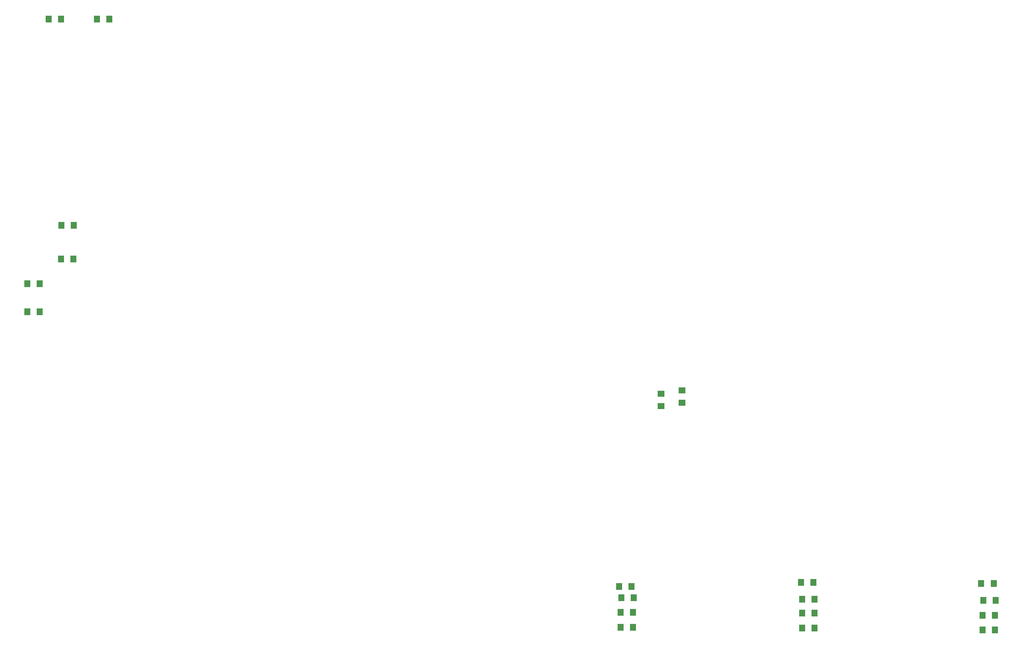
<source format=gbr>
G04 DipTrace 3.0.0.1*
G04 TopPaste.gbr*
%MOIN*%
G04 #@! TF.FileFunction,Paste,Top*
G04 #@! TF.Part,Single*
%ADD83R,0.062992X0.055118*%
%ADD85R,0.055118X0.062992*%
%FSLAX26Y26*%
G04*
G70*
G90*
G75*
G01*
G04 TopPaste*
%LPD*%
D85*
X1329615Y4236949D3*
X1219379D3*
X920715Y4018176D3*
X1030951D3*
D83*
X6561916Y2926385D3*
Y3036621D3*
D85*
X920715Y3768150D3*
X1030951D3*
X1110843Y6374673D3*
X1221079D3*
D83*
X6748685Y3065178D3*
Y2954942D3*
D85*
X1538495Y6374673D3*
X1648731D3*
X1223354Y4536980D3*
X1333591D3*
X6207904Y1219954D3*
X6318140D3*
X6188013Y1318827D3*
X6298249D3*
X6201654Y1088692D3*
X6311890D3*
X6201654Y957428D3*
X6311890D3*
X7820573Y1207453D3*
X7930810D3*
X7808072Y1357469D3*
X7918308D3*
X7820573Y1082441D3*
X7930810D3*
X7820573Y951177D3*
X7930810D3*
X9433243Y1194951D3*
X9543479D3*
X9414491Y1344967D3*
X9524727D3*
X9426992Y1063689D3*
X9537228D3*
X9426992Y932425D3*
X9537228D3*
M02*

</source>
